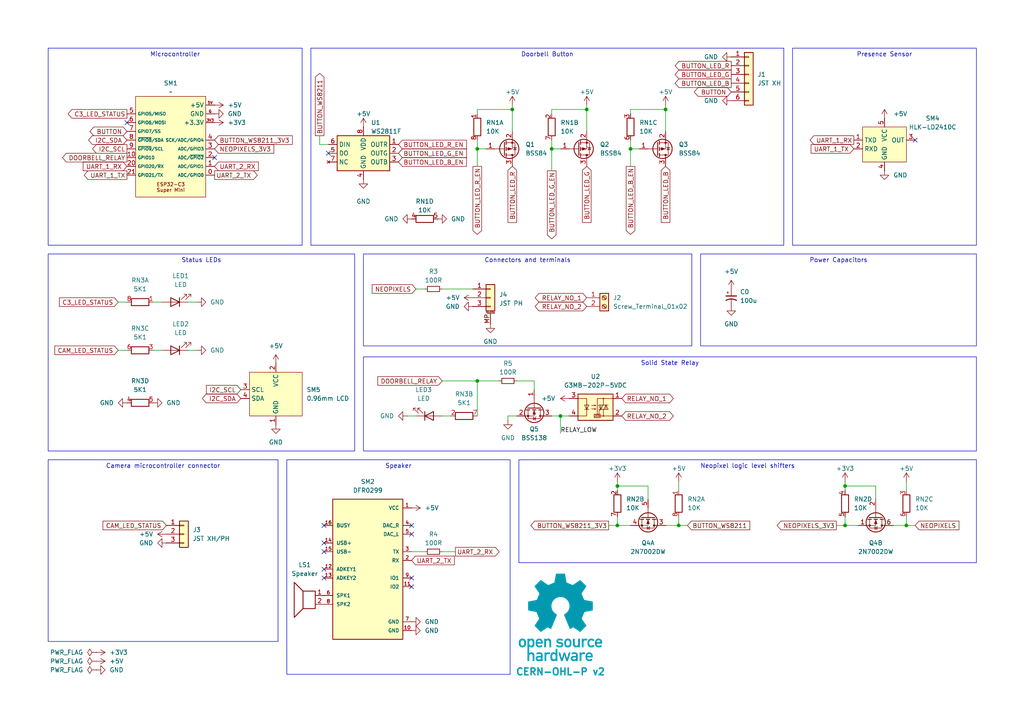
<source format=kicad_sch>
(kicad_sch (version 20231120) (generator "eeschema") (generator_version "8.0")
  (paper "A4")
  (lib_symbols
    (symbol "Connector:Screw_Terminal_01x02" (pin_names (offset 1.016) hide)
      (property "Reference" "J" (at 0 2.54 0))
      (property "Value" "Screw_Terminal_01x02" (at 0 -5.08 0))
      (symbol "Screw_Terminal_01x02_1_1"
        (pin passive line (at -5.08 0 0) (length 3.81) (name "Pin_1") (number "1"))
        (pin passive line (at -5.08 -2.54 0) (length 3.81) (name "Pin_2") (number "2"))
      )
    )
    (symbol "Connector_Generic:Conn_01x03" (pin_names (offset 1.016) hide)
      (property "Reference" "J" (at 0 5.08 0))
      (property "Value" "Conn_01x03" (at 0 -5.08 0))
      (symbol "Conn_01x03_1_1"
        (pin passive line (at -5.08 2.54 0) (length 3.81) (name "Pin_1") (number "1"))
        (pin passive line (at -5.08 0 0) (length 3.81) (name "Pin_2") (number "2"))
        (pin passive line (at -5.08 -2.54 0) (length 3.81) (name "Pin_3") (number "3"))
      )
    )
    (symbol "Connector_Generic:Conn_01x06" (pin_names (offset 1.016) hide)
      (property "Reference" "J" (at 0 7.62 0))
      (property "Value" "Conn_01x06" (at 0 -10.16 0))
      (symbol "Conn_01x06_1_1"
        (pin passive line (at -5.08 5.08 0) (length 3.81) (name "Pin_1") (number "1"))
        (pin passive line (at -5.08 2.54 0) (length 3.81) (name "Pin_2") (number "2"))
        (pin passive line (at -5.08 0 0) (length 3.81) (name "Pin_3") (number "3"))
        (pin passive line (at -5.08 -2.54 0) (length 3.81) (name "Pin_4") (number "4"))
        (pin passive line (at -5.08 -5.08 0) (length 3.81) (name "Pin_5") (number "5"))
        (pin passive line (at -5.08 -7.62 0) (length 3.81) (name "Pin_6") (number "6"))
      )
    )
    (symbol "Connector_Generic_MountingPin:Conn_01x03_MountingPin" (pin_names (offset 1.016) hide)
      (property "Reference" "J" (at 0 5.08 0))
      (property "Value" "Conn_01x03_MountingPin" (at 1.27 -5.08 0))
      (symbol "Conn_01x03_MountingPin_1_1"
        (text "Mounting" (at 0 -4.191 0) (effects (font (size 0.381 0.381))))
        (pin passive line (at -5.08 2.54 0) (length 3.81) (name "Pin_1") (number "1"))
        (pin passive line (at -5.08 0 0) (length 3.81) (name "Pin_2") (number "2"))
        (pin passive line (at -5.08 -2.54 0) (length 3.81) (name "Pin_3") (number "3"))
        (pin passive line (at 0 -7.62 90) (length 3.048) (name "MountPin") (number "MP"))
      )
    )
    (symbol "Device:C_Polarized_Small_US" (pin_numbers hide) (pin_names (offset 0.254) hide)
      (property "Reference" "C" (at 0.254 1.778 0))
      (property "Value" "C_Polarized_Small_US" (at 0.254 -2.032 0))
      (symbol "C_Polarized_Small_US_1_1"
        (pin passive line (at 0 2.54 270) (length 2.032) (name "~") (number "1"))
        (pin passive line (at 0 -2.54 90) (length 2.032) (name "~") (number "2"))
      )
    )
    (symbol "Device:LED" (pin_numbers hide) (pin_names (offset 1.016) hide)
      (property "Reference" "D" (at 0 2.54 0))
      (property "Value" "LED" (at 0 -2.54 0))
      (symbol "LED_1_1"
        (pin passive line (at -3.81 0 0) (length 2.54) (name "K") (number "1"))
        (pin passive line (at 3.81 0 180) (length 2.54) (name "A") (number "2"))
      )
    )
    (symbol "Device:R_Pack04_Split" (pin_names (offset 0) hide)
      (property "Reference" "RN" (at 2.032 0 90))
      (property "Value" "R_Pack04_Split" (at 0 0 90))
      (symbol "R_Pack04_Split_1_1"
        (pin passive line (at 0 -3.81 90) (length 1.27) (name "R1.1") (number "1"))
        (pin passive line (at 0 3.81 270) (length 1.27) (name "R1.2") (number "8"))
      )
      (symbol "R_Pack04_Split_2_1"
        (pin passive line (at 0 -3.81 90) (length 1.27) (name "R2.1") (number "2"))
        (pin passive line (at 0 3.81 270) (length 1.27) (name "R2.2") (number "7"))
      )
      (symbol "R_Pack04_Split_3_1"
        (pin passive line (at 0 -3.81 90) (length 1.27) (name "R3.1") (number "3"))
        (pin passive line (at 0 3.81 270) (length 1.27) (name "R3.2") (number "6"))
      )
      (symbol "R_Pack04_Split_4_1"
        (pin passive line (at 0 -3.81 90) (length 1.27) (name "R4.1") (number "4"))
        (pin passive line (at 0 3.81 270) (length 1.27) (name "R4.2") (number "5"))
      )
    )
    (symbol "Device:R_Small" (pin_numbers hide) (pin_names (offset 0.254) hide)
      (property "Reference" "R" (at 0.762 0.508 0))
      (property "Value" "R_Small" (at 0.762 -1.016 0))
      (symbol "R_Small_1_1"
        (pin passive line (at 0 2.54 270) (length 0.762) (name "~") (number "1"))
        (pin passive line (at 0 -2.54 90) (length 0.762) (name "~") (number "2"))
      )
    )
    (symbol "Device:Speaker" (pin_names (offset 0) hide)
      (property "Reference" "LS" (at 1.27 5.715 0))
      (property "Value" "Speaker" (at 1.27 3.81 0))
      (symbol "Speaker_1_1"
        (pin input line (at -5.08 0 0) (length 2.54) (name "1") (number "1"))
        (pin input line (at -5.08 -2.54 0) (length 2.54) (name "2") (number "2"))
      )
    )
    (symbol "Transistor_FET:BSS138" (pin_names hide)
      (property "Reference" "Q" (at 5.08 1.905 0))
      (property "Value" "BSS138" (at 5.08 0 0))
      (symbol "BSS138_1_1"
        (pin input line (at -5.08 0 0) (length 2.54) (name "G") (number "1"))
        (pin passive line (at 2.54 -5.08 90) (length 2.54) (name "S") (number "2"))
        (pin passive line (at 2.54 5.08 270) (length 2.54) (name "D") (number "3"))
      )
    )
    (symbol "Transistor_FET:BSS84" (pin_names hide)
      (property "Reference" "Q" (at 5.08 1.905 0))
      (property "Value" "BSS84" (at 5.08 0 0))
      (symbol "BSS84_1_1"
        (pin input line (at -5.08 0 0) (length 2.54) (name "G") (number "1"))
        (pin passive line (at 2.54 -5.08 90) (length 2.54) (name "S") (number "2"))
        (pin passive line (at 2.54 5.08 270) (length 2.54) (name "D") (number "3"))
      )
    )
    (symbol "discrete:2N7002DW" (pin_names hide)
      (property "Reference" "Q" (at 5.08 1.905 0))
      (property "Value" "2N7002DW" (at 5.08 0 0))
      (symbol "2N7002DW_1_1"
        (pin passive line (at 2.54 5.08 270) (length 2.54) (name "D") (number "3"))
        (pin passive line (at 2.54 -5.08 90) (length 2.54) (name "S") (number "4"))
        (pin input line (at -5.08 0 0) (length 2.54) (name "G") (number "5"))
      )
      (symbol "2N7002DW_2_1"
        (pin passive line (at 2.54 -5.08 90) (length 2.54) (name "S") (number "1"))
        (pin input line (at -5.08 0 0) (length 2.54) (name "G") (number "2"))
        (pin passive line (at 2.54 5.08 270) (length 2.54) (name "D") (number "6"))
      )
    )
    (symbol "discrete:G3MB-202P-5VDC"
      (property "Reference" "U" (at -5.08 5.08 0))
      (property "Value" "G3MB-202P-5VDC" (at 0 5.08 0))
      (symbol "G3MB-202P-5VDC_0_0"
        (text "ZCD" (at 0.508 -2.54 0) (effects (font (size 0.508 0.508))))
      )
      (symbol "G3MB-202P-5VDC_1_1"
        (pin passive line (at 7.62 2.54 180) (length 2.54) (name "~") (number "1"))
        (pin passive line (at 7.62 -2.54 180) (length 2.54) (name "~") (number "2"))
        (pin passive line (at -7.62 2.54 0) (length 2.54) (name "~") (number "3"))
        (pin passive line (at -7.62 -2.54 0) (length 2.54) (name "~") (number "4"))
      )
    )
    (symbol "ic:WS2811F"
      (property "Reference" "U" (at -6.35 6.35 0))
      (property "Value" "WS2811F" (at 5.08 6.35 0))
      (symbol "WS2811F_1_1"
        (pin output line (at 10.16 2.54 180) (length 2.54) (name "OUTR") (number "1"))
        (pin output line (at 10.16 0 180) (length 2.54) (name "OUTG") (number "2"))
        (pin output line (at 10.16 -2.54 180) (length 2.54) (name "OUTB") (number "3"))
        (pin power_in line (at 0 -7.62 90) (length 2.54) (name "GND") (number "4"))
        (pin output line (at -10.16 0 0) (length 2.54) (name "DO") (number "5"))
        (pin input line (at -10.16 2.54 0) (length 2.54) (name "DIN") (number "6"))
        (pin no_connect line (at -10.16 -2.54 0) (length 2.54) (name "NC") (number "7"))
        (pin power_in line (at 0 7.62 270) (length 2.54) (name "VDD") (number "8"))
      )
    )
    (symbol "module:DFR0299" (pin_names (offset 1.016))
      (property "Reference" "SM" (at 0 18.542 0))
      (property "Value" "DFR0299" (at 0 -23.876 0))
      (symbol "DFR0299_0_0"
        (pin power_in line (at 12.7 15.24 180) (length 2.54) (name "VCC") (number "1"))
        (pin bidirectional line (at 12.7 -7.62 180) (length 2.54) (name "IO2") (number "11"))
        (pin input line (at -12.7 -2.54 0) (length 2.54) (name "ADKEY1") (number "12"))
        (pin input line (at -12.7 -5.08 0) (length 2.54) (name "ADKEY2") (number "13"))
        (pin input line (at -12.7 5.08 0) (length 2.54) (name "USB+") (number "14"))
        (pin input line (at -12.7 2.54 0) (length 2.54) (name "USB-") (number "15"))
        (pin input line (at -12.7 10.16 0) (length 2.54) (name "BUSY") (number "16"))
        (pin input line (at 12.7 0 180) (length 2.54) (name "RX") (number "2"))
        (pin output line (at 12.7 2.54 180) (length 2.54) (name "TX") (number "3"))
        (pin output line (at 12.7 10.16 180) (length 2.54) (name "DAC_R") (number "4"))
        (pin output line (at 12.7 7.62 180) (length 2.54) (name "DAC_L") (number "5"))
        (pin passive line (at -12.7 -10.16 0) (length 2.54) (name "SPK1") (number "6"))
        (pin power_in line (at 12.7 -17.78 180) (length 2.54) (name "GND") (number "7"))
        (pin passive line (at -12.7 -12.7 0) (length 2.54) (name "SPK2") (number "8"))
        (pin bidirectional line (at 12.7 -5.08 180) (length 2.54) (name "IO1") (number "9"))
      )
      (symbol "DFR0299_1_0"
        (pin power_in line (at 12.7 -20.32 180) (length 2.54) (name "GND") (number "10"))
      )
    )
    (symbol "module:ESP32-C3-Super-Mini"
      (property "Reference" "SM" (at 0 18.288 0))
      (symbol "ESP32-C3-Super-Mini_1_1"
        (text_box "ESP32-C3\nSuper Mini" (at -7.62 -10.16 0) (size 15.24 -5.08) (stroke (width -0.0001)) (effects (font (size 1.016 1.016)) (justify top)))
        (pin passive line (at 12.7 -8.89 180) (length 2.54) (name "ADC/GPIO0") (number "0"))
        (pin passive line (at 12.7 -6.35 180) (length 2.54) (name "ADC/GPIO1") (number "1"))
        (pin passive line (at -12.7 -3.81 0) (length 2.54) (name "GPIO10") (number "10"))
        (pin passive line (at 12.7 -3.81 180) (length 2.54) (name "ADC/~{GPIO2}") (number "2"))
        (pin passive line (at -12.7 -6.35 0) (length 2.54) (name "GPIO20/RX") (number "20"))
        (pin passive line (at -12.7 -8.89 0) (length 2.54) (name "GPIO21/TX") (number "21"))
        (pin passive line (at 12.7 -1.27 180) (length 2.54) (name "ADC/GPIO3") (number "3"))
        (pin power_in line (at 12.7 6.35 180) (length 2.54) (name "+3.3V") (number "3V3"))
        (pin passive line (at 12.7 1.27 180) (length 2.54) (name "SCK/ADC/GPIO4") (number "4"))
        (pin passive line (at -12.7 8.89 0) (length 2.54) (name "GPIO5/MISO") (number "5"))
        (pin power_in line (at 12.7 11.43 180) (length 2.54) (name "+5V") (number "5V"))
        (pin passive line (at -12.7 6.35 0) (length 2.54) (name "GPIO6/MOSI") (number "6"))
        (pin passive line (at -12.7 3.81 0) (length 2.54) (name "GPIO7/SS") (number "7"))
        (pin passive line (at -12.7 1.27 0) (length 2.54) (name "~{GPIO8}/SDA") (number "8"))
        (pin passive line (at -12.7 -1.27 0) (length 2.54) (name "~{GPIO9}/SCL") (number "9"))
        (pin power_in line (at 12.7 8.89 180) (length 2.54) (name "GND") (number "G"))
      )
    )
    (symbol "module:HLK-LD2410C"
      (property "Reference" "SM" (at 8.89 10.16 0))
      (property "Value" "HLK-LD2410C" (at 8.89 7.62 0))
      (symbol "HLK-LD2410C_1_1"
        (pin output line (at -8.89 1.27 0) (length 2.54) (name "TXD") (number "1"))
        (pin input line (at -8.89 -1.27 0) (length 2.54) (name "RXD") (number "2"))
        (pin output line (at 8.89 1.27 180) (length 2.54) (name "OUT") (number "3"))
        (pin power_in line (at 0 -7.62 90) (length 2.54) (name "GND") (number "4"))
        (pin power_in line (at 0 7.62 270) (length 2.54) (name "VCC") (number "5"))
      )
    )
    (symbol "module:OLED-0.96mm-I2C-module"
      (property "Reference" "SM" (at 0 8.89 0))
      (property "Value" "0.96mm LCD" (at 0 -8.89 0))
      (symbol "OLED-0.96mm-I2C-module_0_1"
        (pin power_in line (at 0 -8.89 90) (length 2.54) (name "GND") (number "1"))
        (pin power_in line (at 0 8.89 270) (length 2.54) (name "VCC") (number "2"))
        (pin passive line (at -10.16 1.27 0) (length 2.54) (name "SCL") (number "3"))
        (pin passive line (at -10.16 -1.27 0) (length 2.54) (name "SDA") (number "4"))
      )
    )
    (symbol "power:+3V3" (power) (pin_numbers hide) (pin_names (offset 0) hide)
      (property "Value" "+3V3" (at 0 3.556 0))
      (symbol "+3V3_1_1"
        (pin power_in line (at 0 0 90) (length 0) (name "~") (number "1"))
      )
    )
    (symbol "power:+5V" (power) (pin_numbers hide) (pin_names (offset 0) hide)
      (property "Value" "+5V" (at 0 3.556 0))
      (symbol "+5V_1_1"
        (pin power_in line (at 0 0 90) (length 0) (name "~") (number "1"))
      )
    )
    (symbol "power:GND" (power) (pin_numbers hide) (pin_names (offset 0) hide)
      (property "Value" "GND" (at 0 -3.81 0))
      (symbol "GND_1_1"
        (pin power_in line (at 0 0 270) (length 0) (name "~") (number "1"))
      )
    )
    (symbol "power:PWR_FLAG" (power) (pin_numbers hide) (pin_names (offset 0) hide)
      (property "Value" "PWR_FLAG" (at 0 3.81 0))
      (symbol "PWR_FLAG_0_0"
        (pin power_out line (at 0 0 90) (length 0) (name "~") (number "1"))
      )
    )
  )
  (junction (at 193.04 31.75))
  (junction (at 148.59 31.75))
  (junction (at 245.11 152.4))
  (junction (at 245.11 140.97))
  (junction (at 182.88 43.18))
  (junction (at 138.43 43.18))
  (junction (at 138.43 110.49))
  (junction (at 179.07 152.4))
  (junction (at 162.56 120.65))
  (junction (at 160.02 43.18))
  (junction (at 170.18 31.75))
  (junction (at 196.85 152.4))
  (junction (at 262.89 152.4))
  (junction (at 179.07 140.97))
  (no_connect (at 95.25 44.45))
  (no_connect (at 119.38 152.4))
  (no_connect (at 265.43 40.64))
  (no_connect (at 62.23 45.72))
  (no_connect (at 36.83 35.56))
  (no_connect (at 119.38 167.64))
  (no_connect (at 93.98 152.4))
  (no_connect (at 119.38 154.94))
  (no_connect (at 119.38 170.18))
  (no_connect (at 93.98 157.48))
  (no_connect (at 93.98 160.02))
  (no_connect (at 93.98 165.1))
  (no_connect (at 93.98 167.64))
  (wire (pts (xy 196.85 139.7) (xy 196.85 142.24)))
  (wire (pts (xy 138.43 31.75) (xy 148.59 31.75)))
  (wire (pts (xy 160.02 33.02) (xy 160.02 31.75)))
  (wire (pts (xy 245.11 140.97) (xy 245.11 142.24)))
  (wire (pts (xy 144.78 110.49) (xy 138.43 110.49)))
  (wire (pts (xy 193.04 31.75) (xy 193.04 38.1)))
  (wire (pts (xy 187.96 144.78) (xy 187.96 140.97)))
  (wire (pts (xy 148.59 31.75) (xy 148.59 30.48)))
  (wire (pts (xy 138.43 110.49) (xy 128.27 110.49)))
  (wire (pts (xy 245.11 139.7) (xy 245.11 140.97)))
  (wire (pts (xy 262.89 152.4) (xy 262.89 149.86)))
  (wire (pts (xy 120.65 120.65) (xy 118.11 120.65)))
  (wire (pts (xy 245.11 149.86) (xy 245.11 152.4)))
  (wire (pts (xy 254 140.97) (xy 245.11 140.97)))
  (wire (pts (xy 254 144.78) (xy 254 140.97)))
  (wire (pts (xy 185.42 43.18) (xy 182.88 43.18)))
  (wire (pts (xy 182.88 43.18) (xy 182.88 40.64)))
  (wire (pts (xy 120.65 83.82) (xy 123.19 83.82)))
  (wire (pts (xy 187.96 140.97) (xy 179.07 140.97)))
  (wire (pts (xy 138.43 43.18) (xy 138.43 48.26)))
  (wire (pts (xy 242.57 152.4) (xy 245.11 152.4)))
  (wire (pts (xy 179.07 140.97) (xy 179.07 142.24)))
  (wire (pts (xy 138.43 110.49) (xy 138.43 120.65)))
  (wire (pts (xy 128.27 83.82) (xy 137.16 83.82)))
  (wire (pts (xy 182.88 33.02) (xy 182.88 31.75)))
  (wire (pts (xy 54.61 101.6) (xy 57.15 101.6)))
  (wire (pts (xy 170.18 31.75) (xy 170.18 38.1)))
  (wire (pts (xy 160.02 120.65) (xy 162.56 120.65)))
  (wire (pts (xy 160.02 43.18) (xy 160.02 40.64)))
  (wire (pts (xy 182.88 43.18) (xy 182.88 48.26)))
  (wire (pts (xy 179.07 139.7) (xy 179.07 140.97)))
  (wire (pts (xy 193.04 152.4) (xy 196.85 152.4)))
  (wire (pts (xy 170.18 31.75) (xy 170.18 30.48)))
  (wire (pts (xy 44.45 101.6) (xy 46.99 101.6)))
  (wire (pts (xy 140.97 43.18) (xy 138.43 43.18)))
  (wire (pts (xy 34.29 87.63) (xy 36.83 87.63)))
  (wire (pts (xy 44.45 87.63) (xy 46.99 87.63)))
  (wire (pts (xy 193.04 31.75) (xy 193.04 30.48)))
  (wire (pts (xy 196.85 152.4) (xy 196.85 149.86)))
  (wire (pts (xy 147.32 121.92) (xy 147.32 120.65)))
  (wire (pts (xy 138.43 43.18) (xy 138.43 40.64)))
  (wire (pts (xy 154.94 113.03) (xy 154.94 110.49)))
  (wire (pts (xy 92.71 39.37) (xy 92.71 41.91)))
  (wire (pts (xy 262.89 139.7) (xy 262.89 142.24)))
  (wire (pts (xy 196.85 152.4) (xy 199.39 152.4)))
  (wire (pts (xy 147.32 120.65) (xy 149.86 120.65)))
  (wire (pts (xy 119.38 160.02) (xy 123.19 160.02)))
  (wire (pts (xy 179.07 149.86) (xy 179.07 152.4)))
  (wire (pts (xy 245.11 152.4) (xy 248.92 152.4)))
  (wire (pts (xy 182.88 31.75) (xy 193.04 31.75)))
  (wire (pts (xy 179.07 152.4) (xy 182.88 152.4)))
  (wire (pts (xy 162.56 43.18) (xy 160.02 43.18)))
  (wire (pts (xy 176.53 152.4) (xy 179.07 152.4)))
  (wire (pts (xy 162.56 120.65) (xy 162.56 125.73)))
  (wire (pts (xy 148.59 31.75) (xy 148.59 38.1)))
  (wire (pts (xy 34.29 101.6) (xy 36.83 101.6)))
  (wire (pts (xy 160.02 31.75) (xy 170.18 31.75)))
  (wire (pts (xy 138.43 33.02) (xy 138.43 31.75)))
  (wire (pts (xy 160.02 43.18) (xy 160.02 49.53)))
  (wire (pts (xy 92.71 41.91) (xy 95.25 41.91)))
  (wire (pts (xy 130.81 120.65) (xy 128.27 120.65)))
  (wire (pts (xy 128.27 160.02) (xy 132.08 160.02)))
  (wire (pts (xy 54.61 87.63) (xy 57.15 87.63)))
  (wire (pts (xy 259.08 152.4) (xy 262.89 152.4)))
  (wire (pts (xy 162.56 120.65) (xy 165.1 120.65)))
  (wire (pts (xy 154.94 110.49) (xy 149.86 110.49)))
  (wire (pts (xy 262.89 152.4) (xy 265.43 152.4)))
  (image (at 162.56 179.07) (scale 0.37481))
  (text_box "Microcontroller" (at 13.97 13.97 0) (size 73.66 57.15) (effects (font (size 1.27 1.27)) (justify top)))
  (text_box "Doorbell Button" (at 90.17 13.97 0) (size 137.16 57.15) (effects (font (size 1.27 1.27)) (justify top)))
  (text_box "Presence Sensor" (at 229.87 13.97 0) (size 53.34 57.15) (effects (font (size 1.27 1.27)) (justify top)))
  (text_box "Camera microcontroller connector" (at 13.97 133.35 0) (size 66.675 52.705) (effects (font (size 1.27 1.27)) (justify top)))
  (text_box "Status LEDs" (at 13.97 73.66 0) (size 88.9 57.15) (effects (font (size 1.27 1.27)) (justify top)))
  (text_box "Power Capacitors" (at 203.2 73.66 0) (size 80.01 26.67) (effects (font (size 1.27 1.27)) (justify top)))
  (text_box "Solid State Relay" (at 105.41 103.505 0) (size 177.8 27.305) (effects (font (size 1.27 1.27)) (justify top)))
  (text_box "Speaker" (at 83.185 133.35 0) (size 64.77 62.23) (effects (font (size 1.27 1.27)) (justify top)))
  (text_box "Neopixel logic level shifters" (at 150.495 133.35 0) (size 132.715 29.845) (effects (font (size 1.27 1.27)) (justify top)))
  (text_box "Connectors and terminals" (at 105.41 73.66 0) (size 95.25 26.67) (effects (font (size 1.27 1.27)) (justify top)))
  (text "CERN-OHL-P v2" (at 162.56 195.072 0) (effects (font (size 2 2) (thickness 0.4) (bold yes))))
  (label "RELAY_LOW" (at 162.56 125.73 0))
  (global_label "RELAY_NO_2" (shape bidirectional) (at 170.18 88.9 180) (property "Intersheetrefs" "${INTERSHEET_REFS}" (effects (hide yes))))
  (global_label "RELAY_NO_2" (shape bidirectional) (at 180.34 120.65 0) (property "Intersheetrefs" "${INTERSHEET_REFS}" (effects (hide yes))))
  (global_label "C3_LED_STATUS" (shape output) (at 36.83 33.02 180) (property "Intersheetrefs" "${INTERSHEET_REFS}" (effects (hide yes))))
  (global_label "NEOPIXELS" (shape input) (at 120.65 83.82 180) (property "Intersheetrefs" "${INTERSHEET_REFS}" (effects (hide yes))))
  (global_label "BUTTON_LED_R" (shape input) (at 148.59 48.26 270) (property "Intersheetrefs" "${INTERSHEET_REFS}" (effects (hide yes))))
  (global_label "DOORBELL_RELAY" (shape output) (at 36.83 45.72 180) (property "Intersheetrefs" "${INTERSHEET_REFS}" (effects (hide yes))))
  (global_label "CAM_LED_STATUS" (shape input) (at 34.29 101.6 180) (property "Intersheetrefs" "${INTERSHEET_REFS}" (effects (hide yes))))
  (global_label "UART_1_TX" (shape input) (at 247.65 43.18 180) (property "Intersheetrefs" "${INTERSHEET_REFS}" (effects (hide yes))))
  (global_label "C3_LED_STATUS" (shape input) (at 34.29 87.63 180) (property "Intersheetrefs" "${INTERSHEET_REFS}" (effects (hide yes))))
  (global_label "UART_2_TX" (shape input) (at 119.38 162.56 0) (property "Intersheetrefs" "${INTERSHEET_REFS}" (effects (hide yes))))
  (global_label "CAM_LED_STATUS" (shape input) (at 48.26 152.4 180) (property "Intersheetrefs" "${INTERSHEET_REFS}" (effects (hide yes))))
  (global_label "BUTTON_LED_R_EN" (shape input) (at 115.57 41.91 0) (property "Intersheetrefs" "${INTERSHEET_REFS}" (effects (hide yes))))
  (global_label "NEOPIXELS_3V3" (shape input) (at 62.23 43.18 0) (property "Intersheetrefs" "${INTERSHEET_REFS}" (effects (hide yes))))
  (global_label "I2C_SDA" (shape bidirectional) (at 36.83 40.64 180) (property "Intersheetrefs" "${INTERSHEET_REFS}" (effects (hide yes))))
  (global_label "BUTTON" (shape bidirectional) (at 212.09 26.67 180) (property "Intersheetrefs" "${INTERSHEET_REFS}" (effects (hide yes))))
  (global_label "DOORBELL_RELAY" (shape input) (at 128.27 110.49 180) (property "Intersheetrefs" "${INTERSHEET_REFS}" (effects (hide yes))))
  (global_label "BUTTON_WS8211" (shape output) (at 92.71 39.37 90) (property "Intersheetrefs" "${INTERSHEET_REFS}" (effects (hide yes))))
  (global_label "I2C_SCL" (shape output) (at 36.83 43.18 180) (property "Intersheetrefs" "${INTERSHEET_REFS}" (effects (hide yes))))
  (global_label "BUTTON_LED_B" (shape output) (at 212.09 24.13 180) (property "Intersheetrefs" "${INTERSHEET_REFS}" (effects (hide yes))))
  (global_label "UART_2_RX" (shape output) (at 132.08 160.02 0) (property "Intersheetrefs" "${INTERSHEET_REFS}" (effects (hide yes))))
  (global_label "I2C_SDA" (shape bidirectional) (at 69.85 115.57 180) (property "Intersheetrefs" "${INTERSHEET_REFS}" (effects (hide yes))))
  (global_label "BUTTON_LED_G" (shape output) (at 212.09 21.59 180) (property "Intersheetrefs" "${INTERSHEET_REFS}" (effects (hide yes))))
  (global_label "BUTTON_LED_B_EN" (shape output) (at 182.88 48.26 270) (property "Intersheetrefs" "${INTERSHEET_REFS}" (effects (hide yes))))
  (global_label "BUTTON_LED_G" (shape input) (at 170.18 48.26 270) (property "Intersheetrefs" "${INTERSHEET_REFS}" (effects (hide yes))))
  (global_label "BUTTON_WS8211_3V3" (shape input) (at 62.23 40.64 0) (property "Intersheetrefs" "${INTERSHEET_REFS}" (effects (hide yes))))
  (global_label "BUTTON_LED_B" (shape input) (at 193.04 48.26 270) (property "Intersheetrefs" "${INTERSHEET_REFS}" (effects (hide yes))))
  (global_label "I2C_SCL" (shape input) (at 69.85 113.03 180) (property "Intersheetrefs" "${INTERSHEET_REFS}" (effects (hide yes))))
  (global_label "UART_2_RX" (shape input) (at 62.23 48.26 0) (property "Intersheetrefs" "${INTERSHEET_REFS}" (effects (hide yes))))
  (global_label "NEOPIXELS_3V3" (shape output) (at 242.57 152.4 180) (property "Intersheetrefs" "${INTERSHEET_REFS}" (effects (hide yes))))
  (global_label "BUTTON_LED_R" (shape output) (at 212.09 19.05 180) (property "Intersheetrefs" "${INTERSHEET_REFS}" (effects (hide yes))))
  (global_label "RELAY_NO_1" (shape bidirectional) (at 170.18 86.36 180) (property "Intersheetrefs" "${INTERSHEET_REFS}" (effects (hide yes))))
  (global_label "BUTTON" (shape bidirectional) (at 36.83 38.1 180) (property "Intersheetrefs" "${INTERSHEET_REFS}" (effects (hide yes))))
  (global_label "UART_1_RX" (shape output) (at 247.65 40.64 180) (property "Intersheetrefs" "${INTERSHEET_REFS}" (effects (hide yes))))
  (global_label "BUTTON_LED_G_EN" (shape input) (at 115.57 44.45 0) (property "Intersheetrefs" "${INTERSHEET_REFS}" (effects (hide yes))))
  (global_label "UART_1_TX" (shape output) (at 36.83 50.8 180) (property "Intersheetrefs" "${INTERSHEET_REFS}" (effects (hide yes))))
  (global_label "UART_1_RX" (shape input) (at 36.83 48.26 180) (property "Intersheetrefs" "${INTERSHEET_REFS}" (effects (hide yes))))
  (global_label "BUTTON_LED_B_EN" (shape input) (at 115.57 46.99 0) (property "Intersheetrefs" "${INTERSHEET_REFS}" (effects (hide yes))))
  (global_label "UART_2_TX" (shape output) (at 62.23 50.8 0) (property "Intersheetrefs" "${INTERSHEET_REFS}" (effects (hide yes))))
  (global_label "RELAY_NO_1" (shape bidirectional) (at 180.34 115.57 0) (property "Intersheetrefs" "${INTERSHEET_REFS}" (effects (hide yes))))
  (global_label "BUTTON_WS8211" (shape input) (at 199.39 152.4 0) (property "Intersheetrefs" "${INTERSHEET_REFS}" (effects (hide yes))))
  (global_label "BUTTON_WS8211_3V3" (shape output) (at 176.53 152.4 180) (property "Intersheetrefs" "${INTERSHEET_REFS}" (effects (hide yes))))
  (global_label "NEOPIXELS" (shape input) (at 265.43 152.4 0) (property "Intersheetrefs" "${INTERSHEET_REFS}" (effects (hide yes))))
  (global_label "BUTTON_LED_R_EN" (shape output) (at 138.43 48.26 270) (property "Intersheetrefs" "${INTERSHEET_REFS}" (effects (hide yes))))
  (global_label "BUTTON_LED_G_EN" (shape output) (at 160.02 49.53 270) (property "Intersheetrefs" "${INTERSHEET_REFS}" (effects (hide yes))))
  (symbol (lib_id "Device:R_Pack04_Split") (at 134.62 120.65 270) (mirror x) (unit 2)
    (property "Reference" "RN3" (at 134.62 114.3 90))
    (property "Value" "5K1" (at 134.62 116.84 90))
    (property "Footprint" "Resistor_SMD:R_Array_Convex_4x0603" (effects (hide yes)))
    (property "Description" "4 resistor network, parallel topology, split" (effects (hide yes)))
  )
  (symbol (lib_id "Transistor_FET:BSS84") (at 146.05 43.18 0) (mirror x) (unit 1)
    (property "Reference" "Q1" (at 152.4 41.9099 0) (effects (justify left)))
    (property "Value" "BSS84" (at 152.4 44.4499 0) (effects (justify left)))
    (property "Footprint" "package:SOT-23" (effects (hide yes)))
    (property "Datasheet" "http://assets.nexperia.com/documents/data-sheet/BSS84.pdf" (effects (hide yes)))
    (property "Description" "-0.13A Id, -50V Vds, P-Channel MOSFET, SOT-23" (effects (hide yes)))
  )
  (symbol (lib_id "power:+5V") (at 212.09 83.82 0) (unit 1)
    (property "Reference" "#PWR032" (effects (hide yes)))
    (property "Value" "+5V" (at 212.09 78.74 0))
    (property "Description" "Power symbol creates a global label with name \"+5V\"" (effects (hide yes)))
  )
  (symbol (lib_id "power:+5V") (at 48.26 154.94 90) (unit 1)
    (property "Reference" "#PWR042" (effects (hide yes)))
    (property "Value" "+5V" (at 44.45 154.9399 90) (effects (justify left)))
    (property "Description" "Power symbol creates a global label with name \"+5V\"" (effects (hide yes)))
  )
  (symbol (lib_id "discrete:G3MB-202P-5VDC") (at 172.72 118.11 0) (unit 1)
    (property "Reference" "U2" (at 172.72 109.22 0))
    (property "Value" "G3MB-202P-5VDC" (at 172.72 111.76 0))
    (property "Footprint" "discrete:Relay_G3MB-202P" (effects (hide yes)))
    (property "Datasheet" "http://www.sharp-world.com/products/device/lineup/data/pdf/datasheet/s102s02_e.pdf" (effects (hide yes)))
    (property "Description" "Zero Cross Opto-Triac, Vdrm 240V, Ift 50mA, IT 2A" (effects (hide yes)))
  )
  (symbol (lib_id "Device:R_Pack04_Split") (at 138.43 36.83 180) (unit 1)
    (property "Reference" "RN1" (at 140.97 35.5599 0) (effects (justify right)))
    (property "Value" "10K" (at 140.97 38.0999 0) (effects (justify right)))
    (property "Footprint" "Resistor_SMD:R_Array_Convex_4x0603" (effects (hide yes)))
    (property "Description" "4 resistor network, parallel topology, split" (effects (hide yes)))
  )
  (symbol (lib_id "power:+5V") (at 196.85 139.7 0) (unit 1)
    (property "Reference" "#PWR019" (effects (hide yes)))
    (property "Value" "+5V" (at 196.85 135.89 0))
    (property "Description" "Power symbol creates a global label with name \"+5V\"" (effects (hide yes)))
  )
  (symbol (lib_id "power:GND") (at 119.38 182.88 90) (unit 1)
    (property "Reference" "#PWR027" (effects (hide yes)))
    (property "Value" "GND" (at 123.19 182.8801 90) (effects (justify right)))
    (property "Description" "Power symbol creates a global label with name \"GND\" , ground" (effects (hide yes)))
  )
  (symbol (lib_id "Device:R_Pack04_Split") (at 40.64 87.63 90) (unit 1)
    (property "Reference" "RN3" (at 40.64 81.28 90))
    (property "Value" "5K1" (at 40.64 83.82 90))
    (property "Footprint" "Resistor_SMD:R_Array_Convex_4x0603" (effects (hide yes)))
    (property "Description" "4 resistor network, parallel topology, split" (effects (hide yes)))
  )
  (symbol (lib_id "power:GND") (at 256.54 49.53 0) (unit 1)
    (property "Reference" "#PWR010" (effects (hide yes)))
    (property "Value" "GND" (at 259.08 50.7999 0) (effects (justify left)))
    (property "Description" "Power symbol creates a global label with name \"GND\" , ground" (effects (hide yes)))
  )
  (symbol (lib_id "power:GND") (at 137.16 88.9 270) (unit 1)
    (property "Reference" "#PWR029" (effects (hide yes)))
    (property "Value" "GND" (at 133.35 88.8999 90) (effects (justify right)))
    (property "Description" "Power symbol creates a global label with name \"GND\" , ground" (effects (hide yes)))
  )
  (symbol (lib_id "Device:R_Pack04_Split") (at 182.88 36.83 180) (unit 3)
    (property "Reference" "RN1" (at 185.42 35.5599 0) (effects (justify right)))
    (property "Value" "10K" (at 185.42 38.0999 0) (effects (justify right)))
    (property "Footprint" "Resistor_SMD:R_Array_Convex_4x0603" (effects (hide yes)))
    (property "Description" "4 resistor network, parallel topology, split" (effects (hide yes)))
  )
  (symbol (lib_id "power:GND") (at 57.15 101.6 90) (unit 1)
    (property "Reference" "#PWR036" (effects (hide yes)))
    (property "Value" "GND" (at 60.96 101.6 90) (effects (justify right)))
  )
  (symbol (lib_id "power:+5V") (at 62.23 30.48 270) (unit 1)
    (property "Reference" "#PWR03" (effects (hide yes)))
    (property "Value" "+5V" (at 66.04 30.4801 90) (effects (justify left)))
    (property "Description" "Power symbol creates a global label with name \"+5V\"" (effects (hide yes)))
  )
  (symbol (lib_id "module:OLED-0.96mm-I2C-module") (at 80.01 114.3 0) (unit 1)
    (property "Reference" "SM5" (at 88.9 113.0299 0) (effects (justify left)))
    (property "Value" "0.96mm LCD" (at 88.9 115.5699 0) (effects (justify left)))
    (property "Footprint" "module:LCD-OLED-0.96-module-noholes" (effects (hide yes)))
    (property "LCSC Part" "C7465997" (effects (hide yes)))
  )
  (symbol (lib_id "Device:R_Pack04_Split") (at 196.85 146.05 180) (unit 1)
    (property "Reference" "RN2" (at 199.39 144.7799 0) (effects (justify right)))
    (property "Value" "10K" (at 199.39 147.3199 0) (effects (justify right)))
    (property "Footprint" "Resistor_SMD:R_Array_Convex_4x0603" (effects (hide yes)))
    (property "Description" "4 resistor network, parallel topology, split" (effects (hide yes)))
  )
  (symbol (lib_id "power:GND") (at 105.41 52.07 0) (unit 1)
    (property "Reference" "#PWR014" (effects (hide yes)))
    (property "Value" "GND" (at 105.41 58.42 0))
    (property "Description" "Power symbol creates a global label with name \"GND\" , ground" (effects (hide yes)))
  )
  (symbol (lib_id "Transistor_FET:BSS138") (at 154.94 118.11 270) (unit 1)
    (property "Reference" "Q5" (at 154.94 124.46 90))
    (property "Value" "BSS138" (at 154.94 127 90))
    (property "Footprint" "Package_TO_SOT_SMD:SOT-23" (effects (hide yes)))
    (property "Datasheet" "https://www.onsemi.com/pub/Collateral/BSS138-D.PDF" (effects (hide yes)))
    (property "Description" "50V Vds, 0.22A Id, N-Channel MOSFET, SOT-23" (effects (hide yes)))
  )
  (symbol (lib_id "power:+5V") (at 137.16 86.36 90) (unit 1)
    (property "Reference" "#PWR028" (effects (hide yes)))
    (property "Value" "+5V" (at 133.35 86.3599 90) (effects (justify left)))
    (property "Description" "Power symbol creates a global label with name \"+5V\"" (effects (hide yes)))
  )
  (symbol (lib_id "power:+3V3") (at 179.07 139.7 0) (unit 1)
    (property "Reference" "#PWR034" (effects (hide yes)))
    (property "Value" "+3V3" (at 179.07 135.89 0))
    (property "Description" "Power symbol creates a global label with name \"+3V3\"" (effects (hide yes)))
  )
  (symbol (lib_id "Transistor_FET:BSS84") (at 167.64 43.18 0) (mirror x) (unit 1)
    (property "Reference" "Q2" (at 173.99 41.9099 0) (effects (justify left)))
    (property "Value" "BSS84" (at 173.99 44.4499 0) (effects (justify left)))
    (property "Footprint" "package:SOT-23" (effects (hide yes)))
    (property "Datasheet" "http://assets.nexperia.com/documents/data-sheet/BSS84.pdf" (effects (hide yes)))
    (property "Description" "-0.13A Id, -50V Vds, P-Channel MOSFET, SOT-23" (effects (hide yes)))
  )
  (symbol (lib_id "power:+3V3") (at 62.23 35.56 270) (unit 1)
    (property "Reference" "#PWR05" (effects (hide yes)))
    (property "Value" "+3V3" (at 66.04 35.5601 90) (effects (justify left)))
    (property "Description" "Power symbol creates a global label with name \"+3V3\"" (effects (hide yes)))
  )
  (symbol (lib_id "module:DFR0299") (at 106.68 162.56 0) (unit 1)
    (property "Reference" "SM2" (at 106.68 139.7 0))
    (property "Value" "DFR0299" (at 106.68 142.24 0))
    (property "Footprint" "module:DFPlayer-Mini-DFR0299-module" (effects (hide yes)))
    (property "Description" "Dfplayer - a Mini Mp3 Player" (effects (hide yes)))
  )
  (symbol (lib_id "power:+5V") (at 148.59 30.48 0) (unit 1)
    (property "Reference" "#PWR015" (effects (hide yes)))
    (property "Value" "+5V" (at 148.59 26.67 0))
    (property "Description" "Power symbol creates a global label with name \"+5V\"" (effects (hide yes)))
  )
  (symbol (lib_id "Device:Speaker") (at 88.9 172.72 0) (mirror y) (unit 1)
    (property "Reference" "LS1" (at 88.392 163.83 0))
    (property "Value" "Speaker" (at 88.392 166.37 0))
    (property "Footprint" "custom:Conn_Combo_JST-1x02-XH_PH-SMD-pad2gnd" (effects (hide yes)))
    (property "Description" "Speaker" (effects (hide yes)))
  )
  (symbol (lib_id "Transistor_FET:BSS84") (at 190.5 43.18 0) (mirror x) (unit 1)
    (property "Reference" "Q3" (at 196.85 41.9099 0) (effects (justify left)))
    (property "Value" "BSS84" (at 196.85 44.4499 0) (effects (justify left)))
    (property "Footprint" "package:SOT-23" (effects (hide yes)))
    (property "Datasheet" "http://assets.nexperia.com/documents/data-sheet/BSS84.pdf" (effects (hide yes)))
    (property "Description" "-0.13A Id, -50V Vds, P-Channel MOSFET, SOT-23" (effects (hide yes)))
  )
  (symbol (lib_id "Device:R_Small") (at 125.73 83.82 90) (unit 1)
    (property "Reference" "R3" (at 125.73 78.74 90))
    (property "Value" "100R" (at 125.73 81.28 90))
    (property "Footprint" "Resistor_SMD:R_0603_1608Metric_Pad0.98x0.95mm_HandSolder" (effects (hide yes)))
    (property "Description" "Resistor, small symbol" (effects (hide yes)))
  )
  (symbol (lib_id "power:GND") (at 119.38 180.34 90) (unit 1)
    (property "Reference" "#PWR026" (effects (hide yes)))
    (property "Value" "GND" (at 123.19 180.3401 90) (effects (justify right)))
    (property "Description" "Power symbol creates a global label with name \"GND\" , ground" (effects (hide yes)))
  )
  (symbol (lib_id "power:GND") (at 118.11 120.65 270) (unit 1)
    (property "Reference" "#PWR023" (effects (hide yes)))
    (property "Value" "GND" (at 114.3 120.65 90) (effects (justify right)))
  )
  (symbol (lib_id "power:PWR_FLAG") (at 27.94 189.23 90) (unit 1)
    (property "Reference" "#FLG03" (effects (hide yes)))
    (property "Value" "PWR_FLAG" (at 24.13 189.2299 90) (effects (justify left)))
    (property "Description" "Special symbol for telling ERC where power comes from" (effects (hide yes)))
  )
  (symbol (lib_id "Connector_Generic:Conn_01x03") (at 53.34 154.94 0) (unit 1)
    (property "Reference" "J3" (at 55.88 153.6699 0) (effects (justify left)))
    (property "Value" "JST XH/PH" (at 55.88 156.2099 0) (effects (justify left)))
    (property "Footprint" "custom:Conn_Combo_JST-1x03-XH_PH-THT" (effects (hide yes)))
    (property "Description" "Generic connector, single row, 01x03, script generated (kicad-library-utils/schlib/autogen/connector/)" (effects (hide yes)))
  )
  (symbol (lib_id "power:GND") (at 36.83 116.84 270) (unit 1)
    (property "Reference" "#PWR030" (effects (hide yes)))
    (property "Value" "GND" (at 33.02 116.8399 90) (effects (justify right)))
  )
  (symbol (lib_id "power:GND") (at 27.94 194.31 90) (unit 1)
    (property "Reference" "#PWR02" (effects (hide yes)))
    (property "Value" "GND" (at 31.75 194.3099 90) (effects (justify right)))
    (property "Description" "Power symbol creates a global label with name \"GND\" , ground" (effects (hide yes)))
  )
  (symbol (lib_id "power:GND") (at 48.26 157.48 270) (unit 1)
    (property "Reference" "#PWR043" (effects (hide yes)))
    (property "Value" "GND" (at 44.45 157.4799 90) (effects (justify right)))
    (property "Description" "Power symbol creates a global label with name \"GND\" , ground" (effects (hide yes)))
  )
  (symbol (lib_id "discrete:2N7002DW") (at 187.96 149.86 270) (unit 1)
    (property "Reference" "Q4" (at 187.96 157.48 90))
    (property "Value" "2N7002DW" (at 187.96 160.02 90))
    (property "Footprint" "package:SOT-363_SC-70-6_HandSolder" (effects (hide yes)))
    (property "Datasheet" "https://www.onsemi.com/download/data-sheet/pdf/2n7002dw-d.pdf" (effects (hide yes)))
    (property "Description" "0.115A Id, 60V Vds, Dual N-Channel MOSFET, SOT-23-6" (effects (hide yes)))
    (property "LCSC Part" "C5190214" (effects (hide yes)))
    (property "JLCPCB_CORRECTION" "0; 0; 270" (effects (hide yes)))
  )
  (symbol (lib_id "power:GND") (at 119.38 63.5 270) (unit 1)
    (property "Reference" "#PWR031" (effects (hide yes)))
    (property "Value" "GND" (at 115.57 63.4999 90) (effects (justify right)))
    (property "Description" "Power symbol creates a global label with name \"GND\" , ground" (effects (hide yes)))
  )
  (symbol (lib_id "Device:R_Pack04_Split") (at 123.19 63.5 270) (unit 4)
    (property "Reference" "RN1" (at 123.19 58.42 90))
    (property "Value" "10K" (at 123.19 60.96 90))
    (property "Footprint" "Resistor_SMD:R_Array_Convex_4x0603" (effects (hide yes)))
    (property "Description" "4 resistor network, parallel topology, split" (effects (hide yes)))
  )
  (symbol (lib_id "power:+5V") (at 165.1 115.57 90) (unit 1)
    (property "Reference" "#PWR012" (effects (hide yes)))
    (property "Value" "+5V" (at 161.0774 115.5699 90) (effects (justify left)))
    (property "Description" "Power symbol creates a global label with name \"+5V\"" (effects (hide yes)))
  )
  (symbol (lib_id "power:+5V") (at 119.38 147.32 270) (unit 1)
    (property "Reference" "#PWR025" (effects (hide yes)))
    (property "Value" "+5V" (at 123.19 147.3201 90) (effects (justify left)))
    (property "Description" "Power symbol creates a global label with name \"+5V\"" (effects (hide yes)))
  )
  (symbol (lib_id "power:GND") (at 127 63.5 90) (unit 1)
    (property "Reference" "#PWR041" (effects (hide yes)))
    (property "Value" "GND" (at 130.81 63.4999 90) (effects (justify right)))
    (property "Description" "Power symbol creates a global label with name \"GND\" , ground" (effects (hide yes)))
  )
  (symbol (lib_id "Device:R_Pack04_Split") (at 160.02 36.83 180) (unit 2)
    (property "Reference" "RN1" (at 162.56 35.5599 0) (effects (justify right)))
    (property "Value" "10K" (at 162.56 38.0999 0) (effects (justify right)))
    (property "Footprint" "Resistor_SMD:R_Array_Convex_4x0603" (effects (hide yes)))
    (property "Description" "4 resistor network, parallel topology, split" (effects (hide yes)))
  )
  (symbol (lib_id "Device:R_Pack04_Split") (at 179.07 146.05 180) (unit 2)
    (property "Reference" "RN2" (at 181.61 144.7799 0) (effects (justify right)))
    (property "Value" "10K" (at 181.61 147.3199 0) (effects (justify right)))
    (property "Footprint" "Resistor_SMD:R_Array_Convex_4x0603" (effects (hide yes)))
    (property "Description" "4 resistor network, parallel topology, split" (effects (hide yes)))
  )
  (symbol (lib_id "power:+5V") (at 170.18 30.48 0) (unit 1)
    (property "Reference" "#PWR017" (effects (hide yes)))
    (property "Value" "+5V" (at 170.18 26.67 0))
    (property "Description" "Power symbol creates a global label with name \"+5V\"" (effects (hide yes)))
  )
  (symbol (lib_id "power:+5V") (at 256.54 34.29 0) (unit 1)
    (property "Reference" "#PWR09" (effects (hide yes)))
    (property "Value" "+5V" (at 259.08 33.0199 0) (effects (justify left)))
    (property "Description" "Power symbol creates a global label with name \"+5V\"" (effects (hide yes)))
  )
  (symbol (lib_id "power:PWR_FLAG") (at 27.94 191.77 90) (unit 1)
    (property "Reference" "#FLG01" (effects (hide yes)))
    (property "Value" "PWR_FLAG" (at 24.13 191.7699 90) (effects (justify left)))
    (property "Description" "Special symbol for telling ERC where power comes from" (effects (hide yes)))
  )
  (symbol (lib_id "power:GND") (at 142.24 93.98 0) (unit 1)
    (property "Reference" "#PWR038" (effects (hide yes)))
    (property "Value" "GND" (at 142.24 99.06 0))
    (property "Description" "Power symbol creates a global label with name \"GND\" , ground" (effects (hide yes)))
  )
  (symbol (lib_id "power:+5V") (at 80.01 105.41 0) (unit 1)
    (property "Reference" "#PWR039" (effects (hide yes)))
    (property "Value" "+5V" (at 80.01 100.33 0))
    (property "Description" "Power symbol creates a global label with name \"+5V\"" (effects (hide yes)))
  )
  (symbol (lib_id "power:GND") (at 57.15 87.63 90) (unit 1)
    (property "Reference" "#PWR06" (effects (hide yes)))
    (property "Value" "GND" (at 60.96 87.63 90) (effects (justify right)))
  )
  (symbol (lib_id "power:+5V") (at 105.41 36.83 0) (unit 1)
    (property "Reference" "#PWR013" (effects (hide yes)))
    (property "Value" "+5V" (at 105.41 33.02 0))
    (property "Description" "Power symbol creates a global label with name \"+5V\"" (effects (hide yes)))
  )
  (symbol (lib_id "module:HLK-LD2410C") (at 256.54 41.91 0) (unit 1)
    (property "Reference" "SM4" (at 270.51 34.3214 0))
    (property "Value" "HLK-LD2410C" (at 270.51 36.8614 0))
    (property "Footprint" "module:HLK-LD2410C-module" (effects (hide yes)))
    (property "Datasheet" "https://www.lcsc.com/datasheet/lcsc_datasheet_2409141622_HI-LINK-HLK-LD2410C-P_C19723500.pdf" (effects (hide yes)))
    (property "Description" "Human Presence Sensor, Millimeter Wave Radar, Bluetooth Low Energy/UART module" (effects (hide yes)))
    (property "LCSC Part" "C19723500" (effects (hide yes)))
  )
  (symbol (lib_id "power:+3V3") (at 27.94 189.23 270) (unit 1)
    (property "Reference" "#PWR016" (effects (hide yes)))
    (property "Value" "+3V3" (at 31.75 189.2301 90) (effects (justify left)))
    (property "Description" "Power symbol creates a global label with name \"+3V3\"" (effects (hide yes)))
  )
  (symbol (lib_id "power:GND") (at 212.09 29.21 270) (unit 1)
    (property "Reference" "#PWR08" (effects (hide yes)))
    (property "Value" "GND" (at 208.28 29.2099 90) (effects (justify right)))
    (property "Description" "Power symbol creates a global label with name \"GND\" , ground" (effects (hide yes)))
  )
  (symbol (lib_id "power:+5V") (at 193.04 30.48 0) (unit 1)
    (property "Reference" "#PWR018" (effects (hide yes)))
    (property "Value" "+5V" (at 193.04 26.67 0))
    (property "Description" "Power symbol creates a global label with name \"+5V\"" (effects (hide yes)))
  )
  (symbol (lib_id "Device:R_Pack04_Split") (at 245.11 146.05 180) (unit 4)
    (property "Reference" "RN2" (at 247.65 144.7799 0) (effects (justify right)))
    (property "Value" "10K" (at 247.65 147.3199 0) (effects (justify right)))
    (property "Footprint" "Resistor_SMD:R_Array_Convex_4x0603" (effects (hide yes)))
    (property "Description" "4 resistor network, parallel topology, split" (effects (hide yes)))
  )
  (symbol (lib_id "Device:R_Small") (at 147.32 110.49 270) (mirror x) (unit 1)
    (property "Reference" "R5" (at 147.32 105.41 90))
    (property "Value" "100R" (at 147.32 107.95 90))
    (property "Footprint" "Resistor_SMD:R_0603_1608Metric_Pad0.98x0.95mm_HandSolder" (effects (hide yes)))
    (property "Description" "Resistor, small symbol" (effects (hide yes)))
  )
  (symbol (lib_id "power:GND") (at 212.09 88.9 0) (unit 1)
    (property "Reference" "#PWR033" (effects (hide yes)))
    (property "Value" "GND" (at 212.09 93.98 0))
    (property "Description" "Power symbol creates a global label with name \"GND\" , ground" (effects (hide yes)))
  )
  (symbol (lib_id "Device:LED") (at 124.46 120.65 0) (mirror x) (unit 1)
    (property "Reference" "LED3" (at 122.8725 113.03 0))
    (property "Value" "LED" (at 122.8725 115.57 0))
    (property "Footprint" "custom:LED_0603_1608Metric_Pad1.05x0.95mm_HandSolder_simple" (effects (hide yes)))
  )
  (symbol (lib_id "Device:R_Pack04_Split") (at 262.89 146.05 180) (unit 3)
    (property "Reference" "RN2" (at 265.43 144.7799 0) (effects (justify right)))
    (property "Value" "10K" (at 265.43 147.3199 0) (effects (justify right)))
    (property "Footprint" "Resistor_SMD:R_Array_Convex_4x0603" (effects (hide yes)))
    (property "Description" "4 resistor network, parallel topology, split" (effects (hide yes)))
  )
  (symbol (lib_id "power:GND") (at 212.09 16.51 270) (unit 1)
    (property "Reference" "#PWR07" (effects (hide yes)))
    (property "Value" "GND" (at 208.28 16.5099 90) (effects (justify right)))
    (property "Description" "Power symbol creates a global label with name \"GND\" , ground" (effects (hide yes)))
  )
  (symbol (lib_id "Device:C_Polarized_Small_US") (at 212.09 86.36 0) (unit 1)
    (property "Reference" "C0" (at 214.63 84.6581 0) (effects (justify left)))
    (property "Value" "100u" (at 214.63 87.1981 0) (effects (justify left)))
    (property "Footprint" "Capacitor_SMD:CP_Elec_5x5.4" (effects (hide yes)))
    (property "Description" "Polarized capacitor, small US symbol" (effects (hide yes)))
  )
  (symbol (lib_id "power:+5V") (at 262.89 139.7 0) (unit 1)
    (property "Reference" "#PWR037" (effects (hide yes)))
    (property "Value" "+5V" (at 262.89 135.89 0))
    (property "Description" "Power symbol creates a global label with name \"+5V\"" (effects (hide yes)))
  )
  (symbol (lib_id "Connector_Generic_MountingPin:Conn_01x03_MountingPin") (at 142.24 86.36 0) (unit 1)
    (property "Reference" "J4" (at 144.78 85.4455 0) (effects (justify left)))
    (property "Value" "JST PH" (at 144.78 87.9855 0) (effects (justify left)))
    (property "Footprint" "connector:STEMMA-Signal-SMD-horizontal" (effects (hide yes)))
    (property "Description" "Generic connectable mounting pin connector, single row, 01x03, script generated (kicad-library-utils/schlib/autogen/connector/)" (effects (hide yes)))
  )
  (symbol (lib_id "Device:LED") (at 50.8 101.6 180) (unit 1)
    (property "Reference" "LED2" (at 52.3875 93.98 0))
    (property "Value" "LED" (at 52.3875 96.52 0))
    (property "Footprint" "custom:LED_0603_1608Metric_Pad1.05x0.95mm_HandSolder_simple" (effects (hide yes)))
  )
  (symbol (lib_id "power:+5V") (at 27.94 191.77 270) (unit 1)
    (property "Reference" "#PWR01" (effects (hide yes)))
    (property "Value" "+5V" (at 31.75 191.7701 90) (effects (justify left)))
    (property "Description" "Power symbol creates a global label with name \"+5V\"" (effects (hide yes)))
  )
  (symbol (lib_id "power:PWR_FLAG") (at 27.94 194.31 90) (unit 1)
    (property "Reference" "#FLG02" (effects (hide yes)))
    (property "Value" "PWR_FLAG" (at 24.13 194.3099 90) (effects (justify left)))
    (property "Description" "Special symbol for telling ERC where power comes from" (effects (hide yes)))
  )
  (symbol (lib_id "power:GND") (at 44.45 116.84 90) (unit 1)
    (property "Reference" "#PWR024" (effects (hide yes)))
    (property "Value" "GND" (at 48.26 116.8399 90) (effects (justify right)))
  )
  (symbol (lib_id "Device:R_Small") (at 125.73 160.02 270) (mirror x) (unit 1)
    (property "Reference" "R4" (at 125.73 154.94 90))
    (property "Value" "100R" (at 125.73 157.48 90))
    (property "Footprint" "Resistor_SMD:R_0603_1608Metric_Pad0.98x0.95mm_HandSolder" (effects (hide yes)))
    (property "Description" "Resistor, small symbol" (effects (hide yes)))
  )
  (symbol (lib_id "Device:R_Pack04_Split") (at 40.64 101.6 90) (mirror x) (unit 3)
    (property "Reference" "RN3" (at 40.64 95.25 90))
    (property "Value" "5K1" (at 40.64 97.79 90))
    (property "Footprint" "Resistor_SMD:R_Array_Convex_4x0603" (effects (hide yes)))
    (property "Description" "4 resistor network, parallel topology, split" (effects (hide yes)))
  )
  (symbol (lib_id "Device:LED") (at 50.8 87.63 180) (unit 1)
    (property "Reference" "LED1" (at 52.3875 80.01 0))
    (property "Value" "LED" (at 52.3875 82.55 0))
    (property "Footprint" "custom:LED_0603_1608Metric_Pad1.05x0.95mm_HandSolder_simple" (effects (hide yes)))
  )
  (symbol (lib_id "Connector:Screw_Terminal_01x02") (at 175.26 86.36 0) (unit 1)
    (property "Reference" "J2" (at 177.8 86.3599 0) (effects (justify left)))
    (property "Value" "Screw_Terminal_01x02" (at 177.8 88.8999 0) (effects (justify left)))
    (property "Footprint" "connector:TerminalBlock_Phoenix_PT-1,5-2-3.5-H_1x02_P3.50mm_Horizontal" (effects (hide yes)))
    (property "Description" "Generic screw terminal, single row, 01x02, script generated (kicad-library-utils/schlib/autogen/connector/)" (effects (hide yes)))
  )
  (symbol (lib_id "power:GND") (at 62.23 33.02 90) (unit 1)
    (property "Reference" "#PWR04" (effects (hide yes)))
    (property "Value" "GND" (at 66.04 33.0201 90) (effects (justify right)))
    (property "Description" "Power symbol creates a global label with name \"GND\" , ground" (effects (hide yes)))
  )
  (symbol (lib_id "power:+3V3") (at 245.11 139.7 0) (unit 1)
    (property "Reference" "#PWR035" (effects (hide yes)))
    (property "Value" "+3V3" (at 245.11 135.89 0))
    (property "Description" "Power symbol creates a global label with name \"+3V3\"" (effects (hide yes)))
  )
  (symbol (lib_id "ic:WS2811F") (at 105.41 44.45 0) (unit 1)
    (property "Reference" "U1" (at 107.6041 35.56 0) (effects (justify left)))
    (property "Value" "WS2811F" (at 107.6041 38.1 0) (effects (justify left)))
    (property "Footprint" "package:FSOP-8_L3.3-W1.7-P0.80-LS2.9-BL" (effects (hide yes)))
    (property "Datasheet" "https://www.lcsc.com/datasheet/lcsc_datasheet_2310231548_Worldsemi-WS2811F_C5446692.pdf" (effects (hide yes)))
    (property "Description" "3-Channel 8-Bit PWM LED Driver, FSOP-8" (effects (hide yes)))
    (property "LCSC Part" "C5446692" (effects (hide yes)))
  )
  (symbol (lib_id "discrete:2N7002DW") (at 254 149.86 270) (unit 2)
    (property "Reference" "Q4" (at 254 157.48 90))
    (property "Value" "2N7002DW" (at 254 160.02 90))
    (property "Footprint" "package:SOT-363_SC-70-6_HandSolder" (effects (hide yes)))
    (property "Datasheet" "https://www.onsemi.com/download/data-sheet/pdf/2n7002dw-d.pdf" (effects (hide yes)))
    (property "Description" "0.115A Id, 60V Vds, Dual N-Channel MOSFET, SOT-23-6" (effects (hide yes)))
    (property "LCSC Part" "C5190214" (effects (hide yes)))
    (property "JLCPCB_CORRECTION" "0; 0; 270" (effects (hide yes)))
  )
  (symbol (lib_id "power:GND") (at 80.01 123.19 0) (unit 1)
    (property "Reference" "#PWR040" (effects (hide yes)))
    (property "Value" "GND" (at 80.01 128.27 0))
    (property "Description" "Power symbol creates a global label with name \"GND\" , ground" (effects (hide yes)))
  )
  (symbol (lib_id "power:GND") (at 147.32 121.92 0) (unit 1)
    (property "Reference" "#PWR011" (effects (hide yes)))
    (property "Value" "GND" (at 147.32 127 0))
    (property "Description" "Power symbol creates a global label with name \"GND\" , ground" (effects (hide yes)))
  )
  (symbol (lib_id "Connector_Generic:Conn_01x06") (at 217.17 21.59 0) (unit 1)
    (property "Reference" "J1" (at 219.71 21.5899 0) (effects (justify left)))
    (property "Value" "JST XH" (at 219.71 24.1299 0) (effects (justify left)))
    (property "Footprint" "custom:JST_XH_S6B-XH_1x06_P2.50mm_Horizontal" (effects (hide yes)))
    (property "Description" "Generic connector, single row, 01x06, script generated (kicad-library-utils/schlib/autogen/connector/)" (effects (hide yes)))
  )
  (symbol (lib_id "Device:R_Pack04_Split") (at 40.64 116.84 270) (unit 4)
    (property "Reference" "RN3" (at 40.64 110.49 90))
    (property "Value" "5K1" (at 40.64 113.03 90))
    (property "Footprint" "Resistor_SMD:R_Array_Convex_4x0603" (effects (hide yes)))
    (property "Description" "4 resistor network, parallel topology, split" (effects (hide yes)))
  )
  (symbol (lib_id "module:ESP32-C3-Super-Mini") (at 49.53 41.91 0) (unit 1)
    (property "Reference" "SM1" (at 49.53 24.13 0))
    (property "Value" "~" (at 49.53 26.67 0))
    (property "Footprint" "module:ESP32-C3-Super-Mini-Pins" (effects (hide yes)))
  )
)
</source>
